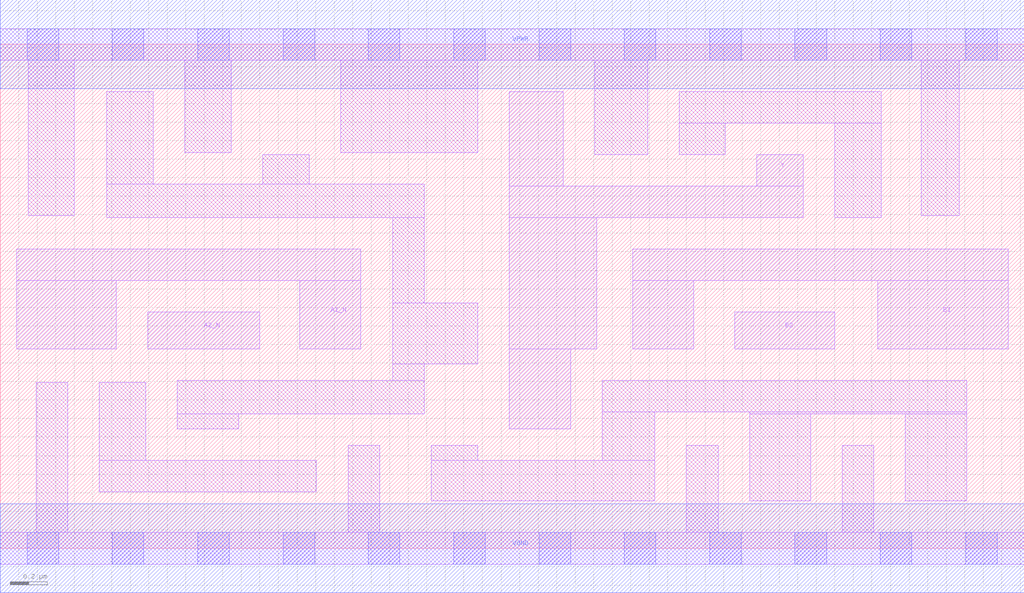
<source format=lef>
# Copyright 2020 The SkyWater PDK Authors
#
# Licensed under the Apache License, Version 2.0 (the "License");
# you may not use this file except in compliance with the License.
# You may obtain a copy of the License at
#
#     https://www.apache.org/licenses/LICENSE-2.0
#
# Unless required by applicable law or agreed to in writing, software
# distributed under the License is distributed on an "AS IS" BASIS,
# WITHOUT WARRANTIES OR CONDITIONS OF ANY KIND, either express or implied.
# See the License for the specific language governing permissions and
# limitations under the License.
#
# SPDX-License-Identifier: Apache-2.0

VERSION 5.7 ;
  NAMESCASESENSITIVE ON ;
  NOWIREEXTENSIONATPIN ON ;
  DIVIDERCHAR "/" ;
  BUSBITCHARS "[]" ;
UNITS
  DATABASE MICRONS 200 ;
END UNITS
MACRO sky130_fd_sc_hd__o2bb2ai_2
  CLASS CORE ;
  FOREIGN sky130_fd_sc_hd__o2bb2ai_2 ;
  ORIGIN  0.000000  0.000000 ;
  SIZE  5.520000 BY  2.720000 ;
  SYMMETRY X Y R90 ;
  SITE unithd ;
  PIN A1_N
    ANTENNAGATEAREA  0.495000 ;
    DIRECTION INPUT ;
    USE SIGNAL ;
    PORT
      LAYER li1 ;
        RECT 0.090000 1.075000 0.625000 1.445000 ;
        RECT 0.090000 1.445000 1.945000 1.615000 ;
        RECT 1.615000 1.075000 1.945000 1.445000 ;
    END
  END A1_N
  PIN A2_N
    ANTENNAGATEAREA  0.495000 ;
    DIRECTION INPUT ;
    USE SIGNAL ;
    PORT
      LAYER li1 ;
        RECT 0.795000 1.075000 1.400000 1.275000 ;
    END
  END A2_N
  PIN B1
    ANTENNAGATEAREA  0.495000 ;
    DIRECTION INPUT ;
    USE SIGNAL ;
    PORT
      LAYER li1 ;
        RECT 3.410000 1.075000 3.740000 1.445000 ;
        RECT 3.410000 1.445000 5.435000 1.615000 ;
        RECT 4.730000 1.075000 5.435000 1.445000 ;
    END
  END B1
  PIN B2
    ANTENNAGATEAREA  0.495000 ;
    DIRECTION INPUT ;
    USE SIGNAL ;
    PORT
      LAYER li1 ;
        RECT 3.960000 1.075000 4.500000 1.275000 ;
    END
  END B2
  PIN Y
    ANTENNADIFFAREA  0.715500 ;
    DIRECTION OUTPUT ;
    USE SIGNAL ;
    PORT
      LAYER li1 ;
        RECT 2.745000 0.645000 3.075000 1.075000 ;
        RECT 2.745000 1.075000 3.215000 1.785000 ;
        RECT 2.745000 1.785000 4.330000 1.955000 ;
        RECT 2.745000 1.955000 3.035000 2.465000 ;
        RECT 4.080000 1.955000 4.330000 2.125000 ;
    END
  END Y
  PIN VGND
    DIRECTION INOUT ;
    SHAPE ABUTMENT ;
    USE GROUND ;
    PORT
      LAYER met1 ;
        RECT 0.000000 -0.240000 5.520000 0.240000 ;
    END
  END VGND
  PIN VPWR
    DIRECTION INOUT ;
    SHAPE ABUTMENT ;
    USE POWER ;
    PORT
      LAYER met1 ;
        RECT 0.000000 2.480000 5.520000 2.960000 ;
    END
  END VPWR
  OBS
    LAYER li1 ;
      RECT 0.000000 -0.085000 5.520000 0.085000 ;
      RECT 0.000000  2.635000 5.520000 2.805000 ;
      RECT 0.150000  1.795000 0.400000 2.635000 ;
      RECT 0.195000  0.085000 0.365000 0.895000 ;
      RECT 0.535000  0.305000 1.705000 0.475000 ;
      RECT 0.535000  0.475000 0.785000 0.895000 ;
      RECT 0.575000  1.785000 2.285000 1.965000 ;
      RECT 0.575000  1.965000 0.825000 2.465000 ;
      RECT 0.955000  0.645000 1.285000 0.725000 ;
      RECT 0.955000  0.725000 2.285000 0.905000 ;
      RECT 0.995000  2.135000 1.245000 2.635000 ;
      RECT 1.415000  1.965000 1.665000 2.125000 ;
      RECT 1.835000  2.135000 2.575000 2.635000 ;
      RECT 1.875000  0.085000 2.045000 0.555000 ;
      RECT 2.115000  0.905000 2.285000 0.995000 ;
      RECT 2.115000  0.995000 2.575000 1.325000 ;
      RECT 2.115000  1.325000 2.285000 1.785000 ;
      RECT 2.325000  0.255000 3.530000 0.475000 ;
      RECT 2.325000  0.475000 2.575000 0.555000 ;
      RECT 3.205000  2.125000 3.490000 2.635000 ;
      RECT 3.245000  0.475000 3.530000 0.735000 ;
      RECT 3.245000  0.735000 5.210000 0.905000 ;
      RECT 3.660000  2.125000 3.910000 2.295000 ;
      RECT 3.660000  2.295000 4.750000 2.465000 ;
      RECT 3.700000  0.085000 3.870000 0.555000 ;
      RECT 4.040000  0.255000 4.370000 0.725000 ;
      RECT 4.040000  0.725000 5.210000 0.735000 ;
      RECT 4.500000  1.785000 4.750000 2.295000 ;
      RECT 4.540000  0.085000 4.710000 0.555000 ;
      RECT 4.880000  0.255000 5.210000 0.725000 ;
      RECT 4.965000  1.795000 5.170000 2.635000 ;
    LAYER mcon ;
      RECT 0.145000 -0.085000 0.315000 0.085000 ;
      RECT 0.145000  2.635000 0.315000 2.805000 ;
      RECT 0.605000 -0.085000 0.775000 0.085000 ;
      RECT 0.605000  2.635000 0.775000 2.805000 ;
      RECT 1.065000 -0.085000 1.235000 0.085000 ;
      RECT 1.065000  2.635000 1.235000 2.805000 ;
      RECT 1.525000 -0.085000 1.695000 0.085000 ;
      RECT 1.525000  2.635000 1.695000 2.805000 ;
      RECT 1.985000 -0.085000 2.155000 0.085000 ;
      RECT 1.985000  2.635000 2.155000 2.805000 ;
      RECT 2.445000 -0.085000 2.615000 0.085000 ;
      RECT 2.445000  2.635000 2.615000 2.805000 ;
      RECT 2.905000 -0.085000 3.075000 0.085000 ;
      RECT 2.905000  2.635000 3.075000 2.805000 ;
      RECT 3.365000 -0.085000 3.535000 0.085000 ;
      RECT 3.365000  2.635000 3.535000 2.805000 ;
      RECT 3.825000 -0.085000 3.995000 0.085000 ;
      RECT 3.825000  2.635000 3.995000 2.805000 ;
      RECT 4.285000 -0.085000 4.455000 0.085000 ;
      RECT 4.285000  2.635000 4.455000 2.805000 ;
      RECT 4.745000 -0.085000 4.915000 0.085000 ;
      RECT 4.745000  2.635000 4.915000 2.805000 ;
      RECT 5.205000 -0.085000 5.375000 0.085000 ;
      RECT 5.205000  2.635000 5.375000 2.805000 ;
  END
END sky130_fd_sc_hd__o2bb2ai_2
END LIBRARY

</source>
